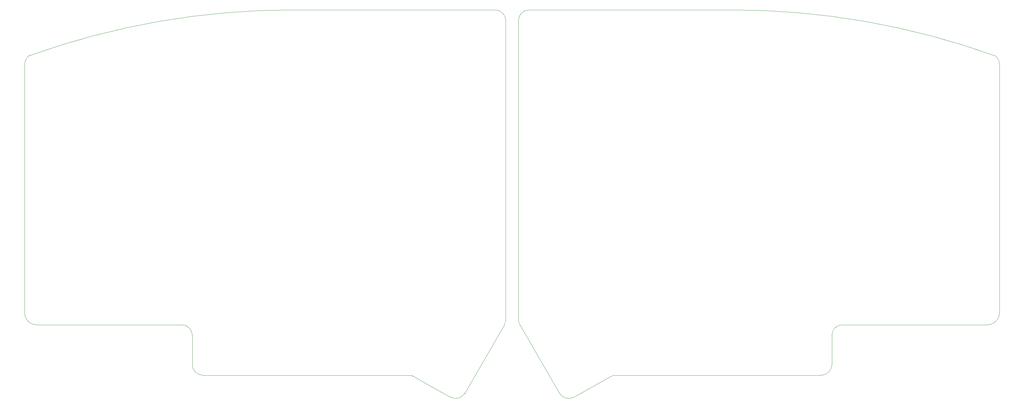
<source format=gm1>
%TF.GenerationSoftware,KiCad,Pcbnew,(6.0.10)*%
%TF.CreationDate,2023-09-30T09:22:21-05:00*%
%TF.ProjectId,RunType58,52756e54-7970-4653-9538-2e6b69636164,rev?*%
%TF.SameCoordinates,Original*%
%TF.FileFunction,Profile,NP*%
%FSLAX46Y46*%
G04 Gerber Fmt 4.6, Leading zero omitted, Abs format (unit mm)*
G04 Created by KiCad (PCBNEW (6.0.10)) date 2023-09-30 09:22:21*
%MOMM*%
%LPD*%
G01*
G04 APERTURE LIST*
%TA.AperFunction,Profile*%
%ADD10C,0.100000*%
%TD*%
G04 APERTURE END LIST*
D10*
X160738078Y-111707878D02*
X157516655Y-117287546D01*
X211688759Y-126002549D02*
X250438758Y-126002549D01*
X24963765Y-108215049D02*
G75*
G03*
X28463759Y-111715049I3499996J-4D01*
G01*
X256438758Y-111714960D02*
G75*
G03*
X253438758Y-114715049I43J-3000043D01*
G01*
X161140046Y-25498258D02*
G75*
G03*
X158140001Y-22498258I-3000045J-45D01*
G01*
X24963759Y-38065049D02*
X24963759Y-108215049D01*
X145480696Y-132208515D02*
G75*
G03*
X149546588Y-131092107I1467805J2616412D01*
G01*
X184641952Y-129826965D02*
X180396816Y-132208504D01*
X297413759Y-111714961D02*
G75*
G03*
X300913759Y-108215049I42J3499958D01*
G01*
X114188759Y-126002549D02*
X75438760Y-126002549D01*
X161140001Y-110207878D02*
X161140001Y-25498258D01*
X157516655Y-117287546D02*
X151016655Y-128545876D01*
X149546588Y-131092107D02*
X151016655Y-128545876D01*
X28463759Y-111715049D02*
X41463759Y-111715049D01*
X300059802Y-35774084D02*
G75*
G03*
X299684536Y-35516504I-680401J-589119D01*
G01*
X253438758Y-123002549D02*
X253438758Y-118515050D01*
X135134913Y-126404473D02*
X134418477Y-126002549D01*
X141235566Y-129826965D02*
X145480702Y-132208504D01*
X176330923Y-131092111D02*
G75*
G03*
X180396816Y-132208504I2598078J1500008D01*
G01*
X168360863Y-117287546D02*
X174860863Y-128545876D01*
X26192987Y-35516519D02*
G75*
G03*
X25817723Y-35774090I305114J-846684D01*
G01*
X100961476Y-22498259D02*
G75*
G03*
X26192982Y-35516504I-250975J-219778944D01*
G01*
X135134913Y-126404473D02*
X141235566Y-129826965D01*
X164737517Y-25498258D02*
X164737517Y-110207878D01*
X164737527Y-110207878D02*
G75*
G03*
X165139440Y-111707878I2999974J-25D01*
G01*
X127188759Y-126002549D02*
X134418477Y-126002549D01*
X160738088Y-111707884D02*
G75*
G03*
X161140001Y-110207878I-2598087J1499981D01*
G01*
X253438758Y-118515050D02*
X253438758Y-114715049D01*
X114188759Y-126002549D02*
X127188759Y-126002549D01*
X250438758Y-126002460D02*
G75*
G03*
X253438758Y-123002549I43J2999957D01*
G01*
X72438760Y-123002549D02*
X72438760Y-118515050D01*
X72438755Y-114715049D02*
G75*
G03*
X69438760Y-111715049I-2999954J46D01*
G01*
X167737517Y-22498258D02*
X224916042Y-22498258D01*
X300913759Y-38065049D02*
X300913759Y-51065049D01*
X300913759Y-95215049D02*
X300913759Y-108215049D01*
X190742605Y-126404473D02*
X184641952Y-129826965D01*
X176330930Y-131092107D02*
X174860863Y-128545876D01*
X167737517Y-22498319D02*
G75*
G03*
X164737517Y-25498258I-16J-2999984D01*
G01*
X158140001Y-22498258D02*
X100961476Y-22498258D01*
X190742605Y-126404473D02*
X191459041Y-126002549D01*
X41463759Y-111715049D02*
X69438760Y-111715049D01*
X300913759Y-51065049D02*
X300913759Y-95215049D01*
X191459041Y-126002549D02*
X211688759Y-126002549D01*
X300913739Y-38065049D02*
G75*
G03*
X300059795Y-35774090I-3499938J46D01*
G01*
X165139440Y-111707878D02*
X168360863Y-117287546D01*
X256438758Y-111715049D02*
X297413759Y-111715049D01*
X25817725Y-35774091D02*
G75*
G03*
X24963759Y-38065049I2646036J-2290962D01*
G01*
X72438760Y-114715049D02*
X72438760Y-118515050D01*
X299684534Y-35516509D02*
G75*
G03*
X224916042Y-22498258I-74517533J-206760694D01*
G01*
X72438755Y-123002549D02*
G75*
G03*
X75438760Y-126002549I3000046J46D01*
G01*
M02*

</source>
